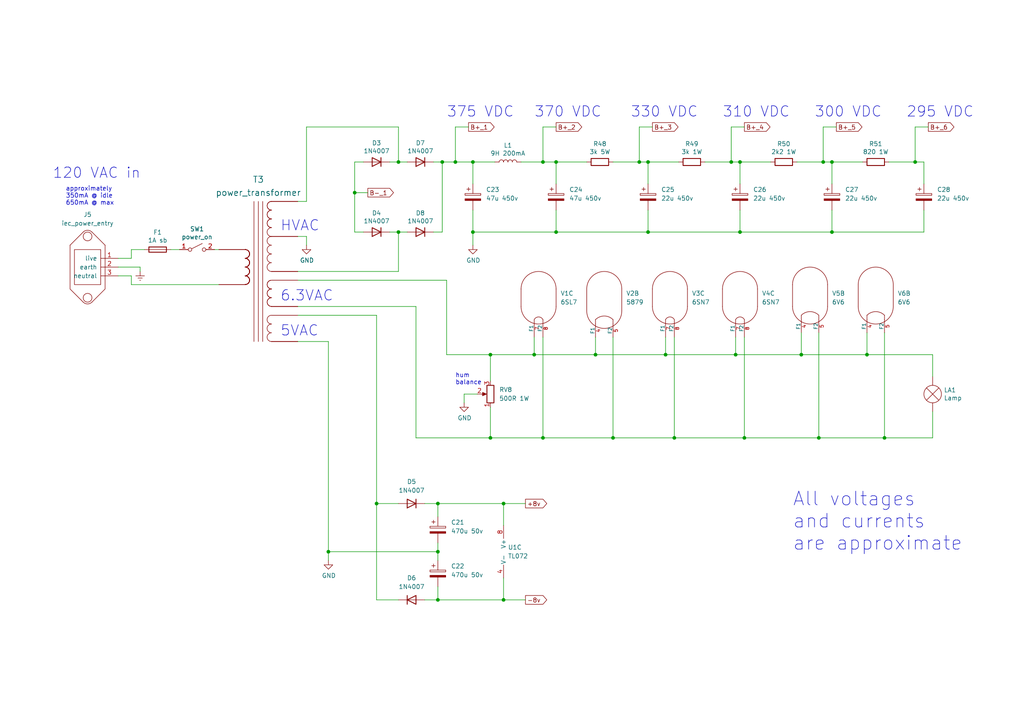
<source format=kicad_sch>
(kicad_sch (version 20211123) (generator eeschema)
  (paper "A4")
  (title_block (title "cf 12 watt class AB tube amp") (date "2022-01-03") (rev "0") (comment 1 "creativecommons.org/licenses/by/4.0/") (comment 2 "License: CC by 4.0") (comment 3 "Author: Jordan Aceto"))
  (lib_symbols
    (symbol "Amplifier_Operational:TL072" (pin_names (offset 0.127))
      (property "Reference" "U" (at 0 5.08 0))
      (property "Value" "TL072" (at 0 -5.08 0))
      (symbol "TL072_1_1"
        (polyline (pts (xy -5.08 5.08) (xy 5.08 0) (xy -5.08 -5.08) (xy -5.08 5.08)) (stroke (width 0.254)) (fill (type background)))
        (pin output line (at 7.62 0 180) (length 2.54) (name "~") (number "1"))
        (pin input line (at -7.62 -2.54 0) (length 2.54) (name "-") (number "2"))
        (pin input line (at -7.62 2.54 0) (length 2.54) (name "+") (number "3"))
      )
      (symbol "TL072_2_1"
        (polyline (pts (xy -5.08 5.08) (xy 5.08 0) (xy -5.08 -5.08) (xy -5.08 5.08)) (stroke (width 0.254)) (fill (type background)))
        (pin input line (at -7.62 2.54 0) (length 2.54) (name "+") (number "5"))
        (pin input line (at -7.62 -2.54 0) (length 2.54) (name "-") (number "6"))
        (pin output line (at 7.62 0 180) (length 2.54) (name "~") (number "7"))
      )
      (symbol "TL072_3_1"
        (pin power_in line (at -2.54 -7.62 90) (length 3.81) (name "V-") (number "4"))
        (pin power_in line (at -2.54 7.62 270) (length 3.81) (name "V+") (number "8"))
      )
    )
    (symbol "Device:C_Polarized" (pin_numbers hide) (pin_names (offset 0.254))
      (property "Reference" "C" (at 0.635 2.54 0))
      (property "Value" "C_Polarized" (at 0.635 -2.54 0))
      (symbol "C_Polarized_0_1"
        (rectangle (start -2.286 0.508) (end 2.286 1.016))
        (polyline (pts (xy -1.778 2.286) (xy -0.762 2.286)))
        (polyline (pts (xy -1.27 2.794) (xy -1.27 1.778)))
        (rectangle (start 2.286 -0.508) (end -2.286 -1.016) (fill (type outline)))
      )
      (symbol "C_Polarized_1_1"
        (pin passive line (at 0 3.81 270) (length 2.794) (name "~") (number "1"))
        (pin passive line (at 0 -3.81 90) (length 2.794) (name "~") (number "2"))
      )
    )
    (symbol "Device:Fuse" (pin_numbers hide) (pin_names (offset 0))
      (property "Reference" "F" (at 2.032 0 90))
      (property "Value" "Fuse" (at -1.905 0 90))
      (symbol "Fuse_0_1"
        (rectangle (start -0.762 -2.54) (end 0.762 2.54) (stroke (width 0.254)))
        (polyline (pts (xy 0 2.54) (xy 0 -2.54)))
      )
      (symbol "Fuse_1_1"
        (pin passive line (at 0 3.81 270) (length 1.27) (name "~") (number "1"))
        (pin passive line (at 0 -3.81 90) (length 1.27) (name "~") (number "2"))
      )
    )
    (symbol "Device:L" (pin_numbers hide) (pin_names (offset 1.016) hide)
      (property "Reference" "L" (at -1.27 0 90))
      (property "Value" "L" (at 1.905 0 90))
      (symbol "L_0_1"
        (arc (start 0 -2.54) (mid 0.635 -1.905) (end 0 -1.27))
        (arc (start 0 -1.27) (mid 0.635 -0.635) (end 0 0))
        (arc (start 0 0) (mid 0.635 0.635) (end 0 1.27))
        (arc (start 0 1.27) (mid 0.635 1.905) (end 0 2.54))
      )
      (symbol "L_1_1"
        (pin passive line (at 0 3.81 270) (length 1.27) (name "1") (number "1"))
        (pin passive line (at 0 -3.81 90) (length 1.27) (name "2") (number "2"))
      )
    )
    (symbol "Device:Lamp" (pin_numbers hide) (pin_names (offset 0.0254) hide)
      (property "Reference" "LA" (at 0.635 3.81 0))
      (property "Value" "Lamp" (at 0.635 -3.81 0))
      (symbol "Lamp_0_1"
        (polyline (pts (xy -1.778 1.778) (xy 1.778 -1.778)))
        (polyline (pts (xy 1.778 1.778) (xy -1.778 -1.778)))
        (circle (center 0 0) (radius 2.54))
      )
      (symbol "Lamp_1_1"
        (pin passive line (at 0 -5.08 90) (length 2.54) (name "-") (number "1"))
        (pin passive line (at 0 5.08 270) (length 2.54) (name "+") (number "2"))
      )
    )
    (symbol "Device:R" (pin_numbers hide) (pin_names (offset 0))
      (property "Reference" "R" (at 2.032 0 90))
      (property "Value" "R" (at 0 0 90))
      (symbol "R_0_1"
        (rectangle (start -1.016 -2.54) (end 1.016 2.54) (stroke (width 0.254)))
      )
      (symbol "R_1_1"
        (pin passive line (at 0 3.81 270) (length 1.27) (name "~") (number "1"))
        (pin passive line (at 0 -3.81 90) (length 1.27) (name "~") (number "2"))
      )
    )
    (symbol "Device:R_Potentiometer" (pin_names (offset 1.016) hide)
      (property "Reference" "RV" (at -4.445 0 90))
      (property "Value" "R_Potentiometer" (at -2.54 0 90))
      (symbol "R_Potentiometer_0_1"
        (polyline (pts (xy 2.54 0) (xy 1.524 0)))
        (polyline (pts (xy 1.143 0) (xy 2.286 0.508) (xy 2.286 -0.508) (xy 1.143 0)) (fill (type outline)))
        (rectangle (start 1.016 2.54) (end -1.016 -2.54) (stroke (width 0.254)))
      )
      (symbol "R_Potentiometer_1_1"
        (pin passive line (at 0 3.81 270) (length 1.27) (name "1") (number "1"))
        (pin passive line (at 3.81 0 180) (length 1.27) (name "2") (number "2"))
        (pin passive line (at 0 -3.81 90) (length 1.27) (name "3") (number "3"))
      )
    )
    (symbol "Diode:1N4007" (pin_numbers hide) (pin_names (offset 1.016) hide)
      (property "Reference" "D" (at 0 2.54 0))
      (property "Value" "1N4007" (at 0 -2.54 0))
      (symbol "1N4007_0_1"
        (polyline (pts (xy -1.27 1.27) (xy -1.27 -1.27)) (stroke (width 0.254)))
        (polyline (pts (xy 1.27 0) (xy -1.27 0)))
        (polyline (pts (xy 1.27 1.27) (xy 1.27 -1.27) (xy -1.27 0) (xy 1.27 1.27)) (stroke (width 0.254)))
      )
      (symbol "1N4007_1_1"
        (pin passive line (at -3.81 0 0) (length 2.54) (name "K") (number "1"))
        (pin passive line (at 3.81 0 180) (length 2.54) (name "A") (number "2"))
      )
    )
    (symbol "Switch:SW_SPST" (pin_names (offset 0) hide)
      (property "Reference" "SW" (at 0 3.175 0))
      (property "Value" "SW_SPST" (at 0 -2.54 0))
      (symbol "SW_SPST_0_0"
        (circle (center -2.032 0) (radius 0.508))
        (polyline (pts (xy -1.524 0.254) (xy 1.524 1.778)))
        (circle (center 2.032 0) (radius 0.508))
      )
      (symbol "SW_SPST_1_1"
        (pin passive line (at -5.08 0 0) (length 2.54) (name "A") (number "1"))
        (pin passive line (at 5.08 0 180) (length 2.54) (name "B") (number "2"))
      )
    )
    (symbol "custom_symbols:5879" (pin_names (offset 0))
      (property "Reference" "U" (at 0 12.7 0))
      (property "Value" "5879" (at 0 10.16 0))
      (symbol "5879_0_1"
        (arc (start -5.08 -2.54) (mid 0 -7.62) (end 5.08 -2.54))
        (polyline (pts (xy -5.08 3.81) (xy -5.08 -2.54) (xy -5.08 -2.54)))
        (polyline (pts (xy 5.08 -2.54) (xy 5.08 3.81) (xy 5.08 3.81)))
        (arc (start 5.08 3.81) (mid 0 8.89) (end -5.08 3.81))
      )
      (symbol "5879_1_0"
        (polyline (pts (xy -5.08 -1.27) (xy -3.175 -1.27)))
        (polyline (pts (xy -2.54 -5.08) (xy -2.54 -7.62)))
        (polyline (pts (xy -0.635 -1.27) (xy 0.635 -1.27)) (stroke (width 0.1524)))
        (polyline (pts (xy 0 6.35) (xy 0 8.89)))
        (polyline (pts (xy 1.905 -1.27) (xy 3.175 -1.27)) (stroke (width 0.1524)))
        (polyline (pts (xy 4.318 -3.7846) (xy 4.3434 -3.81)))
        (polyline (pts (xy 4.9276 -3.81) (xy 4.3434 -3.81)))
        (polyline (pts (xy -2.54 -5.08) (xy -2.54 -3.81) (xy 2.54 -3.81) (xy 2.54 -5.08)))
      )
      (symbol "5879_1_1"
        (polyline (pts (xy -4.445 2.54) (xy -3.175 1.27)) (stroke (width 0.1524)))
        (polyline (pts (xy -3.81 3.81) (xy -2.794 3.81)) (stroke (width 0.1524)))
        (polyline (pts (xy -3.81 5.08) (xy -3.81 3.81)) (stroke (width 0.1524)))
        (polyline (pts (xy -3.175 1.27) (xy -2.794 1.27)) (stroke (width 0.1524)))
        (polyline (pts (xy -1.905 -1.27) (xy -3.175 -1.27)) (stroke (width 0.1524)))
        (polyline (pts (xy -1.8542 1.27) (xy -1.2192 1.27)) (stroke (width 0.1524)))
        (polyline (pts (xy -1.8542 3.81) (xy -1.2192 3.81)) (stroke (width 0.1524)))
        (polyline (pts (xy -0.3302 1.27) (xy 0.3302 1.27)) (stroke (width 0.1524)))
        (polyline (pts (xy -0.3302 3.81) (xy 0.3302 3.81)) (stroke (width 0.1524)))
        (polyline (pts (xy 1.2192 1.27) (xy 1.8542 1.27)) (stroke (width 0.1524)))
        (polyline (pts (xy 1.2192 3.81) (xy 1.8542 3.81)) (stroke (width 0.1524)))
        (polyline (pts (xy 2.794 1.27) (xy 3.175 1.27)) (stroke (width 0.1524)))
        (polyline (pts (xy 3.81 3.81) (xy 2.794 3.81)) (stroke (width 0.1524)))
        (polyline (pts (xy 3.81 5.08) (xy 3.81 3.81)) (stroke (width 0.1524)))
        (polyline (pts (xy 4.445 2.54) (xy 3.175 1.27)) (stroke (width 0.1524)))
        (polyline (pts (xy -2.54 6.35) (xy 2.54 6.35) (xy 2.54 6.35)) (stroke (width 0.254)))
        (pin input line (at -7.62 -1.27 0) (length 2.54) (name "G1") (number "1"))
        (pin bidirectional line (at -2.54 -10.16 90) (length 3.302) (name "K") (number "3"))
        (pin input line (at -7.62 2.54 0) (length 2.54) (name "G2") (number "7"))
        (pin output line (at 0 11.43 270) (length 2.54) (name "A") (number "8"))
        (pin input line (at -7.62 5.08 0) (length 2.54) (name "G3") (number "9"))
      )
      (symbol "5879_2_1"
        (polyline (pts (xy -2.54 -5.08) (xy -2.54 -6.35) (xy -2.54 -6.35)))
        (polyline (pts (xy 2.54 -6.35) (xy 2.54 -5.08) (xy 2.54 -5.08)))
        (arc (start 2.54 -5.08) (mid 0 -4.0279) (end -2.54 -5.08))
        (pin passive line (at -2.54 -10.16 90) (length 3.81) (name "F1") (number "4"))
        (pin passive line (at 2.54 -10.16 90) (length 3.81) (name "F2") (number "5"))
      )
    )
    (symbol "custom_symbols:6SN7" (pin_names (offset 0))
      (property "Reference" "U" (at 3.302 7.874 0))
      (property "Value" "6SN7" (at 8.89 -7.62 0))
      (symbol "6SN7_0_1"
        (arc (start -5.08 -2.54) (mid 0 -7.62) (end 5.08 -2.54))
        (polyline (pts (xy 5.08 2.54) (xy 5.08 -2.54)))
        (polyline (pts (xy -5.08 2.54) (xy -5.08 -2.54) (xy -5.08 -2.54)))
        (arc (start 5.08 2.54) (mid 0 7.62) (end -5.08 2.54))
      )
      (symbol "6SN7_1_0"
        (polyline (pts (xy -2.54 -5.08) (xy -2.54 -7.62)))
        (polyline (pts (xy 0 5.08) (xy 0 7.62)))
      )
      (symbol "6SN7_1_1"
        (polyline (pts (xy -5.08 0) (xy -3.175 0)))
        (polyline (pts (xy -1.905 0) (xy -3.175 0)) (stroke (width 0.1524)))
        (polyline (pts (xy -0.635 0) (xy 0.635 0)) (stroke (width 0.1524)))
        (polyline (pts (xy 1.905 0) (xy 3.175 0)) (stroke (width 0.1524)))
        (polyline (pts (xy -2.54 5.08) (xy 2.794 5.08) (xy 2.794 5.08)) (stroke (width 0.254)))
        (arc (start 2.54 -5.08) (mid 0 -3.0968) (end -2.54 -5.08) (stroke (width 0.254)))
        (pin input line (at -7.62 0 0) (length 2.54) (name "G") (number "4"))
        (pin output line (at 0 10.16 270) (length 2.54) (name "A") (number "5"))
        (pin bidirectional line (at -2.54 -10.16 90) (length 2.54) (name "K") (number "6"))
      )
      (symbol "6SN7_2_0"
        (polyline (pts (xy -2.54 -5.08) (xy -2.54 -7.62)))
        (polyline (pts (xy 0 5.08) (xy 0 7.62)))
      )
      (symbol "6SN7_2_1"
        (polyline (pts (xy -5.08 0) (xy -3.175 0)))
        (polyline (pts (xy -1.905 0) (xy -3.175 0)) (stroke (width 0.1524)))
        (polyline (pts (xy -0.635 0) (xy 0.635 0)) (stroke (width 0.1524)))
        (polyline (pts (xy 1.905 0) (xy 3.175 0)) (stroke (width 0.1524)))
        (polyline (pts (xy -2.54 5.08) (xy 2.794 5.08) (xy 2.794 5.08)) (stroke (width 0.254)))
        (arc (start 2.54 -5.08) (mid 0 -3.0968) (end -2.54 -5.08) (stroke (width 0.254)))
        (pin input line (at -7.62 0 0) (length 2.54) (name "G") (number "1"))
        (pin output line (at 0 10.16 270) (length 2.54) (name "A") (number "2"))
        (pin bidirectional line (at -2.54 -10.16 90) (length 2.54) (name "K") (number "3"))
      )
      (symbol "6SN7_3_1"
        (arc (start 1.27 -6.35) (mid 0 -5.5651) (end -1.27 -6.35))
        (pin passive line (at -1.27 -11.43 90) (length 5.08) (name "F1") (number "7"))
        (pin passive line (at 1.27 -11.43 90) (length 5.08) (name "F2") (number "8"))
      )
    )
    (symbol "custom_symbols:6V6" (pin_names (offset 0))
      (property "Reference" "U" (at 5.08 10.16 0))
      (property "Value" "6V6" (at 7.62 -7.62 0))
      (symbol "6V6_0_1"
        (arc (start -5.08 -2.54) (mid 0 -7.62) (end 5.08 -2.54))
        (polyline (pts (xy -5.08 3.81) (xy -5.08 -2.54) (xy -5.08 -2.54)))
        (polyline (pts (xy 5.08 -2.54) (xy 5.08 3.81) (xy 5.08 3.81)))
        (arc (start 5.08 3.81) (mid 0 8.89) (end -5.08 3.81))
      )
      (symbol "6V6_1_0"
        (polyline (pts (xy -2.54 -5.08) (xy -2.54 -7.62)))
      )
      (symbol "6V6_1_1"
        (polyline (pts (xy -5.08 -1.27) (xy -3.175 -1.27)))
        (polyline (pts (xy -4.318 -3.302) (xy -4.318 3.7338)))
        (polyline (pts (xy -4.318 -3.302) (xy -2.54 -4.826)))
        (polyline (pts (xy -4.064 3.7338) (xy -4.318 3.7338)))
        (polyline (pts (xy -3.81 3.81) (xy -2.794 3.81)) (stroke (width 0.2032)))
        (polyline (pts (xy -3.81 5.08) (xy -3.81 3.81)) (stroke (width 0.2032)))
        (polyline (pts (xy -3.429 2.54) (xy -2.159 1.27)) (stroke (width 0.2032)))
        (polyline (pts (xy -2.159 1.27) (xy -1.4732 1.27)) (stroke (width 0.2032)))
        (polyline (pts (xy -1.905 -1.27) (xy -3.175 -1.27)) (stroke (width 0.2032)))
        (polyline (pts (xy -1.8542 3.81) (xy -1.2192 3.81)) (stroke (width 0.2032)))
        (polyline (pts (xy -0.635 -1.27) (xy 0.635 -1.27)) (stroke (width 0.2032)))
        (polyline (pts (xy -0.5842 1.27) (xy 0.0762 1.27)) (stroke (width 0.2032)))
        (polyline (pts (xy -0.3302 3.81) (xy 0.3302 3.81)) (stroke (width 0.2032)))
        (polyline (pts (xy 0 6.35) (xy 0 8.89)))
        (polyline (pts (xy 0.9652 1.27) (xy 1.6002 1.27)) (stroke (width 0.2032)))
        (polyline (pts (xy 1.2192 3.81) (xy 1.8542 3.81)) (stroke (width 0.2032)))
        (polyline (pts (xy 1.905 -1.27) (xy 3.175 -1.27)) (stroke (width 0.2032)))
        (polyline (pts (xy 2.54 1.27) (xy 3.175 1.27)) (stroke (width 0.2032)))
        (polyline (pts (xy 3.175 1.27) (xy 5.08 1.27)))
        (polyline (pts (xy 3.81 3.81) (xy 2.794 3.81)) (stroke (width 0.2032)))
        (polyline (pts (xy 3.81 5.08) (xy 3.81 3.81)) (stroke (width 0.2032)))
        (polyline (pts (xy 4.445 2.54) (xy 3.175 1.27)) (stroke (width 0.2032)))
        (polyline (pts (xy -2.54 6.35) (xy 2.54 6.35) (xy 2.54 6.35)) (stroke (width 0.254)))
        (arc (start 2.54 -5.08) (mid 0 -3.0968) (end -2.54 -5.08) (stroke (width 0.254)))
        (pin input line (at -7.62 -1.27 0) (length 2.54) (name "G1") (number "2"))
        (pin bidirectional line (at -2.54 -8.89 90) (length 2.54) (name "K_G3") (number "3"))
        (pin output line (at 0 11.43 270) (length 2.54) (name "A") (number "7"))
        (pin input line (at 7.62 1.27 180) (length 2.54) (name "G2") (number "9"))
      )
      (symbol "6V6_2_1"
        (polyline (pts (xy -2.54 -5.08) (xy -2.54 -6.35) (xy -2.54 -6.35)))
        (polyline (pts (xy 2.54 -6.35) (xy 2.54 -5.08) (xy 2.54 -5.08)))
        (arc (start 2.54 -5.08) (mid 0 -4.0279) (end -2.54 -5.08))
        (pin passive line (at -2.54 -10.16 90) (length 3.81) (name "F1") (number "4"))
        (pin passive line (at 2.54 -10.16 90) (length 3.81) (name "F2") (number "5"))
      )
    )
    (symbol "custom_symbols:iec_power_entry" (pin_names (offset 1.016))
      (property "Reference" "J" (at 0 7.62 0))
      (property "Value" "iec_power_entry" (at 0 6.35 0))
      (symbol "iec_power_entry_0_1"
        (arc (start -10.16 1.27) (mid -10.6861 0) (end -10.16 -1.27))
        (circle (center -8.89 0) (radius 1.27))
        (polyline (pts (xy -6.35 -5.08) (xy -10.16 -1.27)))
        (polyline (pts (xy -6.35 5.08) (xy -10.16 1.27)))
        (polyline (pts (xy -6.35 -5.08) (xy 6.35 -5.08) (xy 10.16 -1.27)))
        (polyline (pts (xy -6.35 5.08) (xy 6.35 5.08) (xy 10.16 1.27)))
        (rectangle (start 5.08 3.81) (end -5.08 -3.81))
        (circle (center 8.89 0) (radius 1.27))
        (arc (start 10.16 -1.27) (mid 10.6861 0) (end 10.16 1.27))
      )
      (symbol "iec_power_entry_1_1"
        (pin power_out line (at -2.54 -8.89 90) (length 5.08) (name "live") (number "1"))
        (pin power_out line (at 0 -8.89 90) (length 5.08) (name "earth") (number "2"))
        (pin power_out line (at 2.54 -8.89 90) (length 5.08) (name "neutral") (number "3"))
      )
    )
    (symbol "custom_symbols:power_transformer" (pin_names (offset 1.016) hide)
      (property "Reference" "T" (at 0 24.13 0))
      (property "Value" "power_transformer" (at -1.27 21.59 0))
      (symbol "power_transformer_0_1"
        (arc (start -5.08 -6.3246) (mid -4.1961 -5.9563) (end -3.81 -5.08))
        (arc (start -5.08 -6.3246) (mid -4.1961 -5.9563) (end -3.81 -5.08))
        (arc (start -5.08 -6.3246) (mid -4.1961 -5.9563) (end -3.81 -5.08))
        (arc (start -5.08 -6.3246) (mid -4.1961 -5.9563) (end -3.81 -5.08))
        (arc (start -5.08 -6.3246) (mid -4.1961 -5.9563) (end -3.81 -5.08))
        (arc (start -5.08 -6.3246) (mid -4.1961 -5.9563) (end -3.81 -5.08))
        (arc (start -5.08 -6.3246) (mid -4.1961 -5.9563) (end -3.81 -5.08))
        (arc (start -5.08 -6.3246) (mid -4.1961 -5.9563) (end -3.81 -5.08))
        (arc (start -5.08 -3.7846) (mid -4.1961 -3.4163) (end -3.81 -2.54))
        (arc (start -5.08 -3.7846) (mid -4.1961 -3.4163) (end -3.81 -2.54))
        (arc (start -5.08 -3.7846) (mid -4.1961 -3.4163) (end -3.81 -2.54))
        (arc (start -5.08 -3.7846) (mid -4.1961 -3.4163) (end -3.81 -2.54))
        (arc (start -5.08 -3.7846) (mid -4.1961 -3.4163) (end -3.81 -2.54))
        (arc (start -5.08 -3.7846) (mid -4.1961 -3.4163) (end -3.81 -2.54))
        (arc (start -5.08 -3.7846) (mid -4.1961 -3.4163) (end -3.81 -2.54))
        (arc (start -5.08 -3.7846) (mid -4.1961 -3.4163) (end -3.81 -2.54))
        (arc (start -5.08 -1.2446) (mid -4.1961 -0.8763) (end -3.81 0))
        (arc (start -5.08 -1.2446) (mid -4.1961 -0.8763) (end -3.81 0))
        (arc (start -5.08 -1.2446) (mid -4.1961 -0.8763) (end -3.81 0))
        (arc (start -5.08 -1.2446) (mid -4.1961 -0.8763) (end -3.81 0))
        (arc (start -5.08 -1.2446) (mid -4.1961 -0.8763) (end -3.81 0))
        (arc (start -5.08 -1.2446) (mid -4.1961 -0.8763) (end -3.81 0))
        (arc (start -5.08 -1.2446) (mid -4.1961 -0.8763) (end -3.81 0))
        (arc (start -5.08 -1.2446) (mid -4.1961 -0.8763) (end -3.81 0))
        (arc (start -5.08 1.2954) (mid -4.1961 1.6637) (end -3.81 2.54))
        (arc (start -5.08 1.2954) (mid -4.1961 1.6637) (end -3.81 2.54))
        (arc (start -5.08 1.2954) (mid -4.1961 1.6637) (end -3.81 2.54))
        (arc (start -5.08 1.2954) (mid -4.1961 1.6637) (end -3.81 2.54))
        (arc (start -5.08 1.2954) (mid -4.1961 1.6637) (end -3.81 2.54))
        (arc (start -5.08 1.2954) (mid -4.1961 1.6637) (end -3.81 2.54))
        (arc (start -5.08 1.2954) (mid -4.1961 1.6637) (end -3.81 2.54))
        (arc (start -5.08 1.2954) (mid -4.1961 1.6637) (end -3.81 2.54))
        (arc (start -3.81 -5.08) (mid -4.182 -4.182) (end -5.08 -3.81))
        (arc (start -3.81 -5.08) (mid -4.182 -4.182) (end -5.08 -3.81))
        (arc (start -3.81 -5.08) (mid -4.182 -4.182) (end -5.08 -3.81))
        (arc (start -3.81 -5.08) (mid -4.182 -4.182) (end -5.08 -3.81))
        (arc (start -3.81 -5.08) (mid -4.182 -4.182) (end -5.08 -3.81))
        (arc (start -3.81 -5.08) (mid -4.182 -4.182) (end -5.08 -3.81))
        (arc (start -3.81 -5.08) (mid -4.182 -4.182) (end -5.08 -3.81))
        (arc (start -3.81 -5.08) (mid -4.182 -4.182) (end -5.08 -3.81))
        (arc (start -3.81 -2.54) (mid -4.182 -1.642) (end -5.08 -1.27))
        (arc (start -3.81 -2.54) (mid -4.182 -1.642) (end -5.08 -1.27))
        (arc (start -3.81 -2.54) (mid -4.182 -1.642) (end -5.08 -1.27))
        (arc (start -3.81 -2.54) (mid -4.182 -1.642) (end -5.08 -1.27))
        (arc (start -3.81 -2.54) (mid -4.182 -1.642) (end -5.08 -1.27))
        (arc (start -3.81 -2.54) (mid -4.182 -1.642) (end -5.08 -1.27))
        (arc (start -3.81 -2.54) (mid -4.182 -1.642) (end -5.08 -1.27))
        (arc (start -3.81 -2.54) (mid -4.182 -1.642) (end -5.08 -1.27))
        (arc (start -3.81 0) (mid -4.182 0.898) (end -5.08 1.27))
        (arc (start -3.81 0) (mid -4.182 0.898) (end -5.08 1.27))
        (arc (start -3.81 0) (mid -4.182 0.898) (end -5.08 1.27))
        (arc (start -3.81 0) (mid -4.182 0.898) (end -5.08 1.27))
        (arc (start -3.81 0) (mid -4.182 0.898) (end -5.08 1.27))
        (arc (start -3.81 0) (mid -4.182 0.898) (end -5.08 1.27))
        (arc (start -3.81 0) (mid -4.182 0.898) (end -5.08 1.27))
        (arc (start -3.81 0) (mid -4.182 0.898) (end -5.08 1.27))
        (arc (start -3.81 2.54) (mid -4.182 3.438) (end -5.08 3.81))
        (arc (start -3.81 2.54) (mid -4.182 3.438) (end -5.08 3.81))
        (arc (start -3.81 2.54) (mid -4.182 3.438) (end -5.08 3.81))
        (arc (start -3.81 2.54) (mid -4.182 3.438) (end -5.08 3.81))
        (arc (start -3.81 2.54) (mid -4.182 3.438) (end -5.08 3.81))
        (arc (start -3.81 2.54) (mid -4.182 3.438) (end -5.08 3.81))
        (arc (start -3.81 2.54) (mid -4.182 3.438) (end -5.08 3.81))
        (arc (start -3.81 2.54) (mid -4.182 3.438) (end -5.08 3.81))
        (polyline (pts (xy -2.54 17.78) (xy -2.54 -22.86)))
        (polyline (pts (xy -1.27 -22.86) (xy -1.27 17.78)))
        (polyline (pts (xy 0 17.78) (xy 0 -22.86)))
        (arc (start 1.2954 -11.43) (mid 1.6599 -12.3101) (end 2.54 -12.6746))
        (arc (start 1.2954 -11.43) (mid 1.6599 -12.3101) (end 2.54 -12.6746))
        (arc (start 1.2954 -8.89) (mid 1.6599 -9.7701) (end 2.54 -10.1346))
        (arc (start 1.2954 -8.89) (mid 1.6599 -9.7701) (end 2.54 -10.1346))
        (arc (start 1.2954 -6.35) (mid 1.6599 -7.2301) (end 2.54 -7.5946))
        (arc (start 1.2954 -6.35) (mid 1.6599 -7.2301) (end 2.54 -7.5946))
        (arc (start 1.2954 11.43) (mid 1.6599 10.5499) (end 2.54 10.1854))
        (arc (start 1.2954 11.43) (mid 1.6599 10.5499) (end 2.54 10.1854))
        (arc (start 1.2954 13.97) (mid 1.6599 13.0899) (end 2.54 12.7254))
        (arc (start 1.2954 13.97) (mid 1.6599 13.0899) (end 2.54 12.7254))
        (arc (start 1.2954 16.51) (mid 1.6599 15.6299) (end 2.54 15.2654))
        (arc (start 1.2954 16.51) (mid 1.6599 15.6299) (end 2.54 15.2654))
        (arc (start 2.54 -20.32) (mid 1.27 -21.59) (end 2.54 -22.86))
        (arc (start 2.54 -17.78) (mid 1.27 -19.05) (end 2.54 -20.32))
        (arc (start 2.54 -15.24) (mid 1.27 -16.51) (end 2.54 -17.78))
        (arc (start 2.54 -10.16) (mid 1.6456 -10.5283) (end 1.2954 -11.43))
        (arc (start 2.54 -10.16) (mid 1.6456 -10.5283) (end 1.2954 -11.43))
        (arc (start 2.54 -7.62) (mid 1.6456 -7.9883) (end 1.2954 -8.89))
        (arc (start 2.54 -7.62) (mid 1.6456 -7.9883) (end 1.2954 -8.89))
        (arc (start 2.54 -5.08) (mid 1.6456 -5.4483) (end 1.2954 -6.35))
        (arc (start 2.54 -5.08) (mid 1.6456 -5.4483) (end 1.2954 -6.35))
        (arc (start 2.54 0) (mid 1.27 -1.27) (end 2.54 -2.54))
        (arc (start 2.54 2.54) (mid 1.27 1.27) (end 2.54 0))
        (arc (start 2.54 5.08) (mid 1.27 3.81) (end 2.54 2.54))
        (arc (start 2.54 7.62) (mid 1.27 6.35) (end 2.54 5.08))
        (arc (start 2.54 10.16) (mid 1.27 8.89) (end 2.54 7.62))
        (arc (start 2.54 12.7) (mid 1.6456 12.3317) (end 1.2954 11.43))
        (arc (start 2.54 12.7) (mid 1.6456 12.3317) (end 1.2954 11.43))
        (arc (start 2.54 15.24) (mid 1.6456 14.8717) (end 1.2954 13.97))
        (arc (start 2.54 15.24) (mid 1.6456 14.8717) (end 1.2954 13.97))
        (arc (start 2.54 17.78) (mid 1.6456 17.4117) (end 1.2954 16.51))
        (arc (start 2.54 17.78) (mid 1.6456 17.4117) (end 1.2954 16.51))
      )
      (symbol "power_transformer_1_1"
        (pin passive line (at -12.7 3.81 0) (length 7.62) (name "") (number ""))
        (pin passive line (at -12.7 -6.35 0) (length 7.62) (name "~") (number ""))
        (pin passive line (at 10.16 -22.86 180) (length 7.62) (name "~") (number ""))
        (pin passive line (at 10.16 -15.24 180) (length 7.62) (name "~") (number ""))
        (pin passive line (at 10.16 -12.7 180) (length 7.62) (name "~") (number ""))
        (pin passive line (at 10.16 -5.08 180) (length 7.62) (name "~") (number ""))
        (pin passive line (at 10.16 -2.54 180) (length 7.62) (name "~") (number ""))
        (pin passive line (at 10.16 7.62 180) (length 7.62) (name "~") (number ""))
        (pin passive line (at 10.16 17.78 180) (length 7.62) (name "~") (number ""))
      )
    )
    (symbol "power:Earth" (power) (pin_names (offset 0))
      (symbol "Earth_0_1"
        (polyline (pts (xy -0.635 -1.905) (xy 0.635 -1.905)))
        (polyline (pts (xy -0.127 -2.54) (xy 0.127 -2.54)))
        (polyline (pts (xy 0 -1.27) (xy 0 0)))
        (polyline (pts (xy 1.27 -1.27) (xy -1.27 -1.27)))
      )
      (symbol "Earth_1_1"
        (pin power_in line (at 0 0 270) (length 0) hide (name "Earth") (number "1"))
      )
    )
    (symbol "power:GND" (power) (pin_names (offset 0))
      (property "Value" "GND" (at 0 -3.81 0))
      (symbol "GND_0_1"
        (polyline (pts (xy 0 0) (xy 0 -1.27) (xy 1.27 -1.27) (xy 0 -2.54) (xy -1.27 -1.27) (xy 0 -1.27)))
      )
      (symbol "GND_1_1"
        (pin power_in line (at 0 0 270) (length 0) hide (name "GND") (number "1"))
      )
    )
  )
  (junction (at 187.96 67.31))
  (junction (at 102.87 55.88))
  (junction (at 265.43 46.99))
  (junction (at 214.63 46.99))
  (junction (at 157.48 46.99))
  (junction (at 128.27 46.99))
  (junction (at 214.63 67.31))
  (junction (at 95.25 160.02))
  (junction (at 237.49 127))
  (junction (at 132.08 46.99))
  (junction (at 177.8 127))
  (junction (at 157.48 127))
  (junction (at 137.16 67.31))
  (junction (at 187.96 46.99))
  (junction (at 193.04 102.87))
  (junction (at 212.09 46.99))
  (junction (at 256.54 127))
  (junction (at 109.22 146.05))
  (junction (at 215.9 127))
  (junction (at 232.41 102.87))
  (junction (at 146.05 146.05))
  (junction (at 185.42 46.99))
  (junction (at 127 146.05))
  (junction (at 142.24 127))
  (junction (at 241.3 67.31))
  (junction (at 137.16 46.99))
  (junction (at 142.24 102.87))
  (junction (at 146.05 173.99))
  (junction (at 127 173.99))
  (junction (at 127 160.02))
  (junction (at 115.57 67.31))
  (junction (at 238.76 46.99))
  (junction (at 154.94 102.87))
  (junction (at 161.29 46.99))
  (junction (at 213.36 102.87))
  (junction (at 251.46 102.87))
  (junction (at 172.72 102.87))
  (junction (at 241.3 46.99))
  (junction (at 115.57 46.99))
  (junction (at 161.29 67.31))
  (junction (at 195.58 127))
  (wire (pts (xy 161.29 46.99) (xy 157.48 46.99)))
  (wire (pts (xy 170.18 46.99) (xy 161.29 46.99)))
  (wire (pts (xy 95.25 160.02) (xy 95.25 99.06)))
  (wire (pts (xy 257.81 46.99) (xy 265.43 46.99)))
  (wire (pts (xy 267.97 46.99) (xy 267.97 53.34)))
  (wire (pts (xy 157.48 46.99) (xy 151.13 46.99)))
  (wire (pts (xy 102.87 55.88) (xy 102.87 67.31)))
  (wire (pts (xy 241.3 46.99) (xy 250.19 46.99)))
  (wire (pts (xy 127 160.02) (xy 127 162.56)))
  (wire (pts (xy 95.25 99.06) (xy 86.36 99.06)))
  (wire (pts (xy 127 160.02) (xy 95.25 160.02)))
  (wire (pts (xy 215.9 127) (xy 215.9 97.79)))
  (wire (pts (xy 137.16 60.96) (xy 137.16 67.31)))
  (wire (pts (xy 241.3 67.31) (xy 214.63 67.31)))
  (wire (pts (xy 187.96 53.34) (xy 187.96 46.99)))
  (wire (pts (xy 146.05 152.4) (xy 146.05 146.05)))
  (wire (pts (xy 185.42 46.99) (xy 187.96 46.99)))
  (wire (pts (xy 142.24 110.49) (xy 142.24 102.87)))
  (wire (pts (xy 115.57 78.74) (xy 115.57 67.31)))
  (wire (pts (xy 38.1 72.39) (xy 41.91 72.39)))
  (wire (pts (xy 161.29 36.83) (xy 157.48 36.83)))
  (wire (pts (xy 237.49 127) (xy 256.54 127)))
  (wire (pts (xy 115.57 36.83) (xy 88.9 36.83)))
  (wire (pts (xy 132.08 36.83) (xy 132.08 46.99)))
  (wire (pts (xy 115.57 46.99) (xy 118.11 46.99)))
  (wire (pts (xy 120.65 88.9) (xy 86.36 88.9)))
  (wire (pts (xy 189.23 36.83) (xy 185.42 36.83)))
  (wire (pts (xy 187.96 46.99) (xy 196.85 46.99)))
  (wire (pts (xy 127 146.05) (xy 123.19 146.05)))
  (wire (pts (xy 86.36 68.58) (xy 88.9 68.58)))
  (wire (pts (xy 214.63 53.34) (xy 214.63 46.99)))
  (wire (pts (xy 127 173.99) (xy 127 170.18)))
  (wire (pts (xy 40.64 78.74) (xy 40.64 77.47)))
  (wire (pts (xy 62.23 72.39) (xy 63.5 72.39)))
  (wire (pts (xy 215.9 36.83) (xy 212.09 36.83)))
  (wire (pts (xy 213.36 102.87) (xy 213.36 97.79)))
  (wire (pts (xy 193.04 102.87) (xy 213.36 102.87)))
  (wire (pts (xy 232.41 102.87) (xy 232.41 96.52)))
  (wire (pts (xy 129.54 81.28) (xy 129.54 102.87)))
  (wire (pts (xy 38.1 82.55) (xy 38.1 80.01)))
  (wire (pts (xy 134.62 116.84) (xy 134.62 114.3)))
  (wire (pts (xy 269.24 36.83) (xy 265.43 36.83)))
  (wire (pts (xy 142.24 118.11) (xy 142.24 127)))
  (wire (pts (xy 40.64 77.47) (xy 34.29 77.47)))
  (wire (pts (xy 146.05 146.05) (xy 152.4 146.05)))
  (wire (pts (xy 132.08 46.99) (xy 137.16 46.99)))
  (wire (pts (xy 102.87 46.99) (xy 102.87 55.88)))
  (wire (pts (xy 146.05 167.64) (xy 146.05 173.99)))
  (wire (pts (xy 109.22 173.99) (xy 109.22 146.05)))
  (wire (pts (xy 109.22 91.44) (xy 109.22 146.05)))
  (wire (pts (xy 142.24 127) (xy 157.48 127)))
  (wire (pts (xy 105.41 46.99) (xy 102.87 46.99)))
  (wire (pts (xy 215.9 127) (xy 237.49 127)))
  (wire (pts (xy 134.62 114.3) (xy 138.43 114.3)))
  (wire (pts (xy 185.42 36.83) (xy 185.42 46.99)))
  (wire (pts (xy 115.57 46.99) (xy 115.57 36.83)))
  (wire (pts (xy 127 173.99) (xy 146.05 173.99)))
  (wire (pts (xy 38.1 82.55) (xy 63.5 82.55)))
  (wire (pts (xy 231.14 46.99) (xy 238.76 46.99)))
  (wire (pts (xy 146.05 173.99) (xy 152.4 173.99)))
  (wire (pts (xy 238.76 36.83) (xy 238.76 46.99)))
  (wire (pts (xy 267.97 60.96) (xy 267.97 67.31)))
  (wire (pts (xy 49.53 72.39) (xy 52.07 72.39)))
  (wire (pts (xy 34.29 74.93) (xy 38.1 74.93)))
  (wire (pts (xy 251.46 102.87) (xy 251.46 96.52)))
  (wire (pts (xy 212.09 36.83) (xy 212.09 46.99)))
  (wire (pts (xy 193.04 97.79) (xy 193.04 102.87)))
  (wire (pts (xy 86.36 81.28) (xy 129.54 81.28)))
  (wire (pts (xy 38.1 80.01) (xy 34.29 80.01)))
  (wire (pts (xy 86.36 78.74) (xy 115.57 78.74)))
  (wire (pts (xy 237.49 127) (xy 237.49 96.52)))
  (wire (pts (xy 265.43 36.83) (xy 265.43 46.99)))
  (wire (pts (xy 137.16 67.31) (xy 161.29 67.31)))
  (wire (pts (xy 242.57 36.83) (xy 238.76 36.83)))
  (wire (pts (xy 125.73 46.99) (xy 128.27 46.99)))
  (wire (pts (xy 214.63 46.99) (xy 223.52 46.99)))
  (wire (pts (xy 120.65 127) (xy 142.24 127)))
  (wire (pts (xy 177.8 97.79) (xy 177.8 127)))
  (wire (pts (xy 128.27 46.99) (xy 132.08 46.99)))
  (wire (pts (xy 113.03 46.99) (xy 115.57 46.99)))
  (wire (pts (xy 129.54 102.87) (xy 142.24 102.87)))
  (wire (pts (xy 142.24 102.87) (xy 154.94 102.87)))
  (wire (pts (xy 265.43 46.99) (xy 267.97 46.99)))
  (wire (pts (xy 212.09 46.99) (xy 214.63 46.99)))
  (wire (pts (xy 232.41 102.87) (xy 251.46 102.87)))
  (wire (pts (xy 154.94 102.87) (xy 172.72 102.87)))
  (wire (pts (xy 177.8 46.99) (xy 185.42 46.99)))
  (wire (pts (xy 187.96 67.31) (xy 161.29 67.31)))
  (wire (pts (xy 214.63 60.96) (xy 214.63 67.31)))
  (wire (pts (xy 177.8 127) (xy 195.58 127)))
  (wire (pts (xy 161.29 67.31) (xy 161.29 60.96)))
  (wire (pts (xy 120.65 127) (xy 120.65 88.9)))
  (wire (pts (xy 88.9 36.83) (xy 88.9 58.42)))
  (wire (pts (xy 241.3 60.96) (xy 241.3 67.31)))
  (wire (pts (xy 88.9 71.12) (xy 88.9 68.58)))
  (wire (pts (xy 270.51 127) (xy 270.51 119.38)))
  (wire (pts (xy 135.89 36.83) (xy 132.08 36.83)))
  (wire (pts (xy 128.27 46.99) (xy 128.27 67.31)))
  (wire (pts (xy 127 149.86) (xy 127 146.05)))
  (wire (pts (xy 115.57 173.99) (xy 109.22 173.99)))
  (wire (pts (xy 113.03 67.31) (xy 115.57 67.31)))
  (wire (pts (xy 137.16 46.99) (xy 143.51 46.99)))
  (wire (pts (xy 102.87 55.88) (xy 106.68 55.88)))
  (wire (pts (xy 195.58 97.79) (xy 195.58 127)))
  (wire (pts (xy 204.47 46.99) (xy 212.09 46.99)))
  (wire (pts (xy 137.16 46.99) (xy 137.16 53.34)))
  (wire (pts (xy 88.9 58.42) (xy 86.36 58.42)))
  (wire (pts (xy 137.16 71.12) (xy 137.16 67.31)))
  (wire (pts (xy 95.25 162.56) (xy 95.25 160.02)))
  (wire (pts (xy 109.22 146.05) (xy 115.57 146.05)))
  (wire (pts (xy 187.96 60.96) (xy 187.96 67.31)))
  (wire (pts (xy 127 146.05) (xy 146.05 146.05)))
  (wire (pts (xy 256.54 127) (xy 270.51 127)))
  (wire (pts (xy 195.58 127) (xy 215.9 127)))
  (wire (pts (xy 161.29 53.34) (xy 161.29 46.99)))
  (wire (pts (xy 187.96 67.31) (xy 214.63 67.31)))
  (wire (pts (xy 38.1 74.93) (xy 38.1 72.39)))
  (wire (pts (xy 270.51 102.87) (xy 251.46 102.87)))
  (wire (pts (xy 128.27 67.31) (xy 125.73 67.31)))
  (wire (pts (xy 86.36 91.44) (xy 109.22 91.44)))
  (wire (pts (xy 157.48 127) (xy 177.8 127)))
  (wire (pts (xy 115.57 67.31) (xy 118.11 67.31)))
  (wire (pts (xy 123.19 173.99) (xy 127 173.99)))
  (wire (pts (xy 238.76 46.99) (xy 241.3 46.99)))
  (wire (pts (xy 256.54 127) (xy 256.54 96.52)))
  (wire (pts (xy 270.51 109.22) (xy 270.51 102.87)))
  (wire (pts (xy 157.48 36.83) (xy 157.48 46.99)))
  (wire (pts (xy 157.48 97.79) (xy 157.48 127)))
  (wire (pts (xy 267.97 67.31) (xy 241.3 67.31)))
  (wire (pts (xy 213.36 102.87) (xy 232.41 102.87)))
  (wire (pts (xy 241.3 46.99) (xy 241.3 53.34)))
  (wire (pts (xy 127 157.48) (xy 127 160.02)))
  (wire (pts (xy 172.72 97.79) (xy 172.72 102.87)))
  (wire (pts (xy 172.72 102.87) (xy 193.04 102.87)))
  (wire (pts (xy 102.87 67.31) (xy 105.41 67.31)))
  (wire (pts (xy 154.94 97.79) (xy 154.94 102.87)))
  (text "295 VDC" (at 262.89 34.29 0) (effects (font (size 2.9972 2.9972)) (justify left bottom)))
  (text "330 VDC" (at 182.88 34.29 0) (effects (font (size 2.9972 2.9972)) (justify left bottom)))
  (text "approximately\n350mA @ idle\n650mA @ max" (at 19.05 59.69 0) (effects (font (size 1.27 1.27)) (justify left bottom)))
  (text "370 VDC" (at 154.94 34.29 0) (effects (font (size 2.9972 2.9972)) (justify left bottom)))
  (text "375 VDC" (at 129.54 34.29 0) (effects (font (size 2.9972 2.9972)) (justify left bottom)))
  (text "310 VDC" (at 209.55 34.29 0) (effects (font (size 2.9972 2.9972)) (justify left bottom)))
  (text "120 VAC in" (at 15.24 52.07 0) (effects (font (size 2.9972 2.9972)) (justify left bottom)))
  (text "hum\nbalance" (at 132.08 111.76 0) (effects (font (size 1.27 1.27)) (justify left bottom)))
  (text "6.3VAC" (at 81.28 87.63 0) (effects (font (size 2.9972 2.9972)) (justify left bottom)))
  (text "HVAC" (at 81.28 67.31 0) (effects (font (size 2.9972 2.9972)) (justify left bottom)))
  (text "All voltages\nand currents \nare approximate" (at 229.87 160.02 0) (effects (font (size 3.9878 3.9878)) (justify left bottom)))
  (text "5VAC" (at 81.28 97.79 0) (effects (font (size 2.9972 2.9972)) (justify left bottom)))
  (text "300 VDC" (at 236.22 34.29 0) (effects (font (size 2.9972 2.9972)) (justify left bottom)))
  (global_label "B+_5" (shape output) (at 242.57 36.83 0) (property "Intersheet References" "${INTERSHEET_REFS}" (effects hide)))
  (global_label "B+_6" (shape output) (at 269.24 36.83 0) (property "Intersheet References" "${INTERSHEET_REFS}" (effects hide)))
  (global_label "B+_1" (shape output) (at 135.89 36.83 0) (property "Intersheet References" "${INTERSHEET_REFS}" (effects hide)))
  (global_label "B-_1" (shape output) (at 106.68 55.88 0) (property "Intersheet References" "${INTERSHEET_REFS}" (effects hide)))
  (global_label "B+_4" (shape output) (at 215.9 36.83 0) (property "Intersheet References" "${INTERSHEET_REFS}" (effects hide)))
  (global_label "B+_3" (shape output) (at 189.23 36.83 0) (property "Intersheet References" "${INTERSHEET_REFS}" (effects hide)))
  (global_label "-8v" (shape output) (at 152.4 173.99 0) (property "Intersheet References" "${INTERSHEET_REFS}" (effects hide)))
  (global_label "B+_2" (shape output) (at 161.29 36.83 0) (property "Intersheet References" "${INTERSHEET_REFS}" (effects hide)))
  (global_label "+8v" (shape output) (at 152.4 146.05 0) (property "Intersheet References" "${INTERSHEET_REFS}" (effects hide)))
  (symbol (lib_id "Diode:1N4007") (at 121.92 46.99 180) (unit 1)
    (property "Reference" "D7" (at 121.92 41.4782 0))
    (property "Value" "1N4007" (at 121.92 43.7896 0))
    (property "Footprint" "Diode_THT:D_DO-41_SOD81_P10.16mm_Horizontal" (effects hide))
    (property "Datasheet" "http://www.vishay.com/docs/88503/1n4001.pdf" (effects hide))
  )
  (symbol (lib_id "Diode:1N4007") (at 109.22 67.31 180) (unit 1)
    (property "Reference" "D4" (at 109.22 61.7982 0))
    (property "Value" "1N4007" (at 109.22 64.1096 0))
    (property "Footprint" "Diode_THT:D_DO-41_SOD81_P10.16mm_Horizontal" (effects hide))
    (property "Datasheet" "http://www.vishay.com/docs/88503/1n4001.pdf" (effects hide))
  )
  (symbol (lib_id "Diode:1N4007") (at 121.92 67.31 180) (unit 1)
    (property "Reference" "D8" (at 121.92 61.7982 0))
    (property "Value" "1N4007" (at 121.92 64.1096 0))
    (property "Footprint" "Diode_THT:D_DO-41_SOD81_P10.16mm_Horizontal" (effects hide))
    (property "Datasheet" "http://www.vishay.com/docs/88503/1n4001.pdf" (effects hide))
  )
  (symbol (lib_id "Diode:1N4007") (at 109.22 46.99 180) (unit 1)
    (property "Reference" "D3" (at 109.22 41.4782 0))
    (property "Value" "1N4007" (at 109.22 43.7896 0))
    (property "Footprint" "Diode_THT:D_DO-41_SOD81_P10.16mm_Horizontal" (effects hide))
    (property "Datasheet" "http://www.vishay.com/docs/88503/1n4001.pdf" (effects hide))
  )
  (symbol (lib_id "power:Earth") (at 40.64 78.74 0) (unit 1)
    (property "Reference" "#PWR014" (effects hide))
    (property "Value" "Earth" (effects hide))
  )
  (symbol (lib_id "Device:L") (at 147.32 46.99 90) (unit 1)
    (property "Reference" "L1" (at 147.32 42.164 90))
    (property "Value" "9H 200mA" (at 147.32 44.4754 90))
  )
  (symbol (lib_id "Device:R") (at 173.99 46.99 270) (unit 1)
    (property "Reference" "R48" (at 173.99 41.7322 90))
    (property "Value" "3k 5W" (at 173.99 44.0436 90))
  )
  (symbol (lib_id "Device:R") (at 200.66 46.99 270) (unit 1)
    (property "Reference" "R49" (at 200.66 41.7322 90))
    (property "Value" "3k 1W" (at 200.66 44.0436 90))
  )
  (symbol (lib_id "Device:R") (at 227.33 46.99 270) (unit 1)
    (property "Reference" "R50" (at 227.33 41.7322 90))
    (property "Value" "2k2 1W" (at 227.33 44.0436 90))
  )
  (symbol (lib_id "power:GND") (at 134.62 116.84 0) (unit 1)
    (property "Reference" "#PWR017" (effects hide))
    (property "Value" "GND" (at 134.747 121.2342 0))
  )
  (symbol (lib_id "Device:Lamp") (at 270.51 114.3 0) (unit 1)
    (property "Reference" "LA1" (at 273.7612 113.1316 0) (effects (justify left)))
    (property "Value" "Lamp" (at 273.7612 115.443 0) (effects (justify left)))
  )
  (symbol (lib_id "power:GND") (at 137.16 71.12 0) (unit 1)
    (property "Reference" "#PWR018" (effects hide))
    (property "Value" "GND" (at 137.287 75.5142 0))
  )
  (symbol (lib_id "Device:Fuse") (at 45.72 72.39 270) (unit 1)
    (property "Reference" "F1" (at 45.72 67.3862 90))
    (property "Value" "1A sb" (at 45.72 69.6976 90))
  )
  (symbol (lib_id "Switch:SW_SPST") (at 57.15 72.39 0) (unit 1)
    (property "Reference" "SW1" (at 57.15 66.421 0))
    (property "Value" "power_on" (at 57.15 68.7324 0))
  )
  (symbol (lib_id "Device:C_Polarized") (at 127 166.37 0) (unit 1)
    (property "Reference" "C22" (at 130.81 164.2109 0) (effects (justify left)))
    (property "Value" "470u 50v" (at 130.81 166.7509 0) (effects (justify left)))
  )
  (symbol (lib_id "Diode:1N4007") (at 119.38 173.99 0) (unit 1)
    (property "Reference" "D6" (at 119.38 167.64 0))
    (property "Value" "1N4007" (at 119.38 170.18 0))
    (property "Footprint" "Diode_THT:D_DO-41_SOD81_P10.16mm_Horizontal" (effects hide))
    (property "Datasheet" "http://www.vishay.com/docs/88503/1n4001.pdf" (effects hide))
  )
  (symbol (lib_id "custom_symbols:power_transformer") (at 76.2 76.2 0) (unit 1)
    (property "Reference" "T3" (at 74.93 52.07 0) (effects (font (size 1.778 1.778))))
    (property "Value" "power_transformer" (at 74.93 55.88 0) (effects (font (size 1.778 1.778))))
  )
  (symbol (lib_id "custom_symbols:6SN7") (at 214.63 86.36 0) (unit 3)
    (property "Reference" "V4" (at 220.98 85.0899 0) (effects (justify left)))
    (property "Value" "6SN7" (at 220.98 87.63 0) (effects (justify left)))
    (property "Footprint" "octal" (effects hide))
  )
  (symbol (lib_id "Device:C_Polarized") (at 214.63 57.15 0) (unit 1)
    (property "Reference" "C26" (at 218.44 54.9909 0) (effects (justify left)))
    (property "Value" "22u 450v" (at 218.44 57.5309 0) (effects (justify left)))
  )
  (symbol (lib_id "power:GND") (at 95.25 162.56 0) (unit 1)
    (property "Reference" "#PWR016" (effects hide))
    (property "Value" "GND" (at 95.377 166.9542 0))
  )
  (symbol (lib_id "Device:C_Polarized") (at 241.3 57.15 0) (unit 1)
    (property "Reference" "C27" (at 245.11 54.9909 0) (effects (justify left)))
    (property "Value" "22u 450v" (at 245.11 57.5309 0) (effects (justify left)))
  )
  (symbol (lib_id "Device:C_Polarized") (at 267.97 57.15 0) (unit 1)
    (property "Reference" "C28" (at 271.78 54.9909 0) (effects (justify left)))
    (property "Value" "22u 450v" (at 271.78 57.5309 0) (effects (justify left)))
  )
  (symbol (lib_id "Amplifier_Operational:TL072") (at 148.59 160.02 0) (unit 3)
    (property "Reference" "U1" (at 147.32 158.7499 0) (effects (justify left)))
    (property "Value" "TL072" (at 147.32 161.2899 0) (effects (justify left)))
    (property "Datasheet" "http://www.ti.com/lit/ds/symlink/tl071.pdf" (effects hide))
  )
  (symbol (lib_id "custom_symbols:6SN7") (at 156.21 86.36 0) (unit 3)
    (property "Reference" "V1" (at 162.56 85.0899 0) (effects (justify left)))
    (property "Value" "6SL7" (at 162.56 87.63 0) (effects (justify left)))
    (property "Footprint" "octal" (effects hide))
  )
  (symbol (lib_id "Device:C_Polarized") (at 161.29 57.15 0) (unit 1)
    (property "Reference" "C24" (at 165.1 54.9909 0) (effects (justify left)))
    (property "Value" "47u 450v" (at 165.1 57.5309 0) (effects (justify left)))
  )
  (symbol (lib_id "custom_symbols:5879") (at 175.26 87.63 0) (unit 2)
    (property "Reference" "V2" (at 181.61 85.09 0) (effects (justify left)))
    (property "Value" "5879" (at 181.61 87.63 0) (effects (justify left)))
    (property "Footprint" "VALVE-NOVAL_P" (effects hide))
  )
  (symbol (lib_id "power:GND") (at 88.9 71.12 0) (unit 1)
    (property "Reference" "#PWR015" (effects hide))
    (property "Value" "GND" (at 89.027 75.5142 0))
  )
  (symbol (lib_id "Device:C_Polarized") (at 127 153.67 0) (unit 1)
    (property "Reference" "C21" (at 130.81 151.5109 0) (effects (justify left)))
    (property "Value" "470u 50v" (at 130.81 154.0509 0) (effects (justify left)))
  )
  (symbol (lib_id "custom_symbols:6V6") (at 254 86.36 0) (unit 2)
    (property "Reference" "V6" (at 260.35 85.09 0) (effects (justify left)))
    (property "Value" "6V6" (at 260.35 87.63 0) (effects (justify left)))
    (property "Footprint" "octal" (effects hide))
  )
  (symbol (lib_id "Device:C_Polarized") (at 137.16 57.15 0) (unit 1)
    (property "Reference" "C23" (at 140.97 54.9909 0) (effects (justify left)))
    (property "Value" "47u 450v" (at 140.97 57.5309 0) (effects (justify left)))
  )
  (symbol (lib_id "custom_symbols:6SN7") (at 194.31 86.36 0) (unit 3)
    (property "Reference" "V3" (at 200.66 85.0899 0) (effects (justify left)))
    (property "Value" "6SN7" (at 200.66 87.6299 0) (effects (justify left)))
    (property "Footprint" "octal" (effects hide))
  )
  (symbol (lib_id "Device:R_Potentiometer") (at 142.24 114.3 180) (unit 1)
    (property "Reference" "RV8" (at 144.78 113.0299 0) (effects (justify right)))
    (property "Value" "500R 1W" (at 144.78 115.5699 0) (effects (justify right)))
  )
  (symbol (lib_id "custom_symbols:6V6") (at 234.95 86.36 0) (unit 2)
    (property "Reference" "V5" (at 241.3 85.09 0) (effects (justify left)))
    (property "Value" "6V6" (at 241.3 87.63 0) (effects (justify left)))
    (property "Footprint" "octal" (effects hide))
  )
  (symbol (lib_id "Device:C_Polarized") (at 187.96 57.15 0) (unit 1)
    (property "Reference" "C25" (at 191.77 54.9909 0) (effects (justify left)))
    (property "Value" "22u 450v" (at 191.77 57.5309 0) (effects (justify left)))
  )
  (symbol (lib_id "Diode:1N4007") (at 119.38 146.05 180) (unit 1)
    (property "Reference" "D5" (at 119.38 139.7 0))
    (property "Value" "1N4007" (at 119.38 142.24 0))
    (property "Footprint" "Diode_THT:D_DO-41_SOD81_P10.16mm_Horizontal" (effects hide))
    (property "Datasheet" "http://www.vishay.com/docs/88503/1n4001.pdf" (effects hide))
  )
  (symbol (lib_id "Device:R") (at 254 46.99 270) (unit 1)
    (property "Reference" "R51" (at 254 41.7322 90))
    (property "Value" "820 1W" (at 254 44.0436 90))
  )
  (symbol (lib_id "custom_symbols:iec_power_entry") (at 25.4 77.47 90) (mirror x) (unit 1)
    (property "Reference" "J5" (at 25.4 62.23 90))
    (property "Value" "iec_power_entry" (at 25.4 64.77 90))
  )
)
</source>
